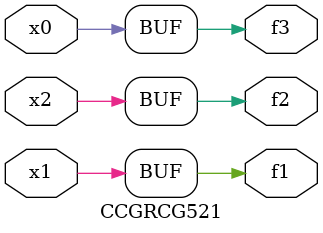
<source format=v>
module CCGRCG521(
	input x0, x1, x2,
	output f1, f2, f3
);
	assign f1 = x1;
	assign f2 = x2;
	assign f3 = x0;
endmodule

</source>
